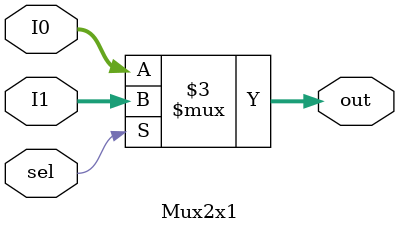
<source format=v>
`timescale 1ns / 1ps

module Mux2x1(
    input [4:0] I0,
    input [4:0] I1,
    input sel,
    output reg [4:0] out
    );

always @ (*)
begin
	if(sel)
		out = I1;
	else
		out = I0;
end

endmodule

</source>
